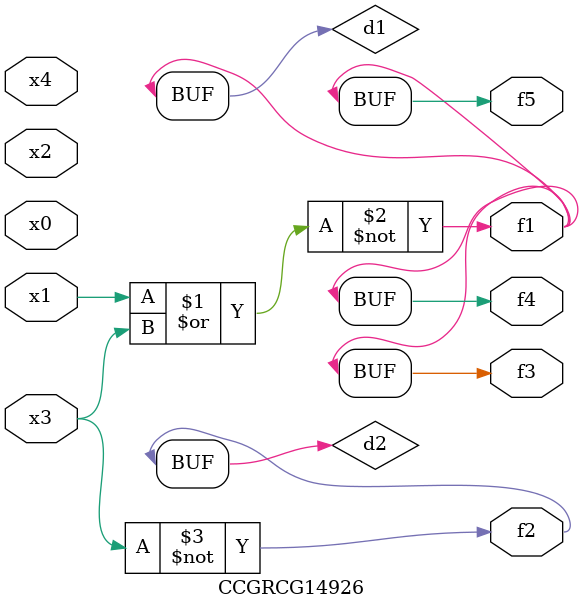
<source format=v>
module CCGRCG14926(
	input x0, x1, x2, x3, x4,
	output f1, f2, f3, f4, f5
);

	wire d1, d2;

	nor (d1, x1, x3);
	not (d2, x3);
	assign f1 = d1;
	assign f2 = d2;
	assign f3 = d1;
	assign f4 = d1;
	assign f5 = d1;
endmodule

</source>
